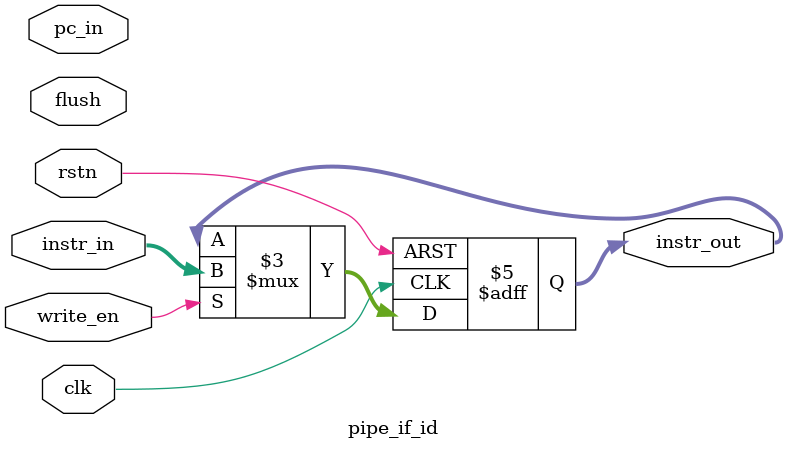
<source format=v>
`timescale 1ns / 1ps


module pipe_if_id (
    input clk,
    input rstn,
    input write_en,
    input [7:0] pc_in,
    input [19:0] instr_in,
    input flush,
    output reg [19:0] instr_out
);
    always @(posedge clk or negedge rstn) begin
        if (!rstn)
            instr_out <= 0;
        else if (write_en)
            instr_out <= instr_in;
    end
endmodule

</source>
